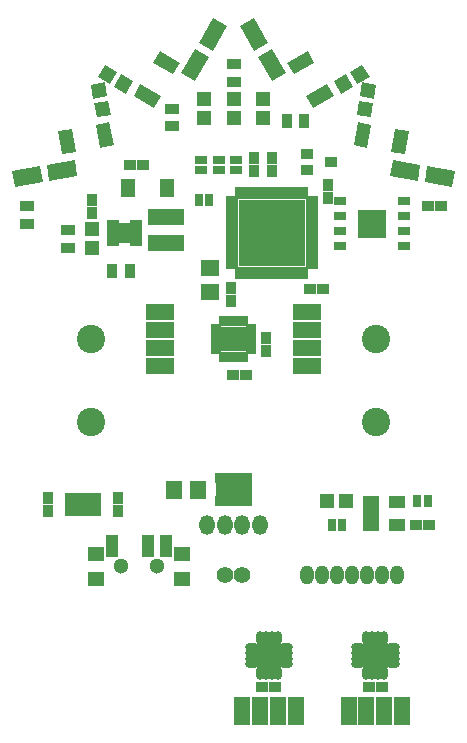
<source format=gbr>
G04 #@! TF.FileFunction,Soldermask,Top*
%FSLAX46Y46*%
G04 Gerber Fmt 4.6, Leading zero omitted, Abs format (unit mm)*
G04 Created by KiCad (PCBNEW 4.0.7) date 10/02/18 15:19:20*
%MOMM*%
%LPD*%
G01*
G04 APERTURE LIST*
%ADD10C,0.100000*%
%ADD11R,1.000000X0.900000*%
%ADD12R,1.400000X1.650000*%
%ADD13R,0.900000X1.000000*%
%ADD14R,1.650000X1.400000*%
%ADD15R,1.200000X1.200000*%
%ADD16R,1.300000X1.600000*%
%ADD17O,1.200000X1.600000*%
%ADD18R,3.100000X1.400000*%
%ADD19O,1.300000X1.700000*%
%ADD20R,1.400000X2.400000*%
%ADD21R,0.800000X1.000000*%
%ADD22R,1.300000X0.900000*%
%ADD23R,0.900000X1.300000*%
%ADD24R,1.000000X0.800000*%
%ADD25R,2.400000X2.400000*%
%ADD26R,1.050000X0.750000*%
%ADD27R,1.400000X1.200000*%
%ADD28R,1.460000X1.050000*%
%ADD29R,0.650000X0.900000*%
%ADD30R,3.050000X1.400000*%
%ADD31R,1.000000X0.650000*%
%ADD32R,1.100000X1.700000*%
%ADD33R,0.650000X1.100000*%
%ADD34R,1.100000X0.650000*%
%ADD35R,1.687500X1.687500*%
%ADD36R,1.100000X0.850000*%
%ADD37R,0.950000X0.600000*%
%ADD38R,0.600000X0.950000*%
%ADD39R,1.275000X1.200000*%
%ADD40O,1.150000X0.700000*%
%ADD41O,0.700000X1.150000*%
%ADD42R,1.300000X1.300000*%
%ADD43C,1.400000*%
%ADD44R,2.400000X1.400000*%
%ADD45C,2.400000*%
%ADD46R,1.100000X1.900000*%
%ADD47C,1.300000*%
G04 APERTURE END LIST*
D10*
D11*
X162550000Y-71250000D03*
X161450000Y-71250000D03*
D12*
X142000000Y-95250000D03*
X140000000Y-95250000D03*
D13*
X135250000Y-97050000D03*
X135250000Y-95950000D03*
X129250000Y-97050000D03*
X129250000Y-95950000D03*
D11*
X161550000Y-98250000D03*
X160450000Y-98250000D03*
D13*
X133000000Y-70700000D03*
X133000000Y-71800000D03*
D11*
X136200000Y-67750000D03*
X137300000Y-67750000D03*
D13*
X144750000Y-79300000D03*
X144750000Y-78200000D03*
D11*
X152550000Y-78250000D03*
X151450000Y-78250000D03*
D13*
X153000000Y-70550000D03*
X153000000Y-69450000D03*
X146750000Y-67200000D03*
X146750000Y-68300000D03*
X148250000Y-67200000D03*
X148250000Y-68300000D03*
D14*
X143000000Y-78500000D03*
X143000000Y-76500000D03*
D11*
X146050000Y-85500000D03*
X144950000Y-85500000D03*
D13*
X147750000Y-83550000D03*
X147750000Y-82450000D03*
D11*
X147450000Y-112000000D03*
X148550000Y-112000000D03*
X156450000Y-112000000D03*
X157550000Y-112000000D03*
D15*
X152950000Y-96250000D03*
X154550000Y-96250000D03*
D16*
X136100000Y-69750000D03*
X139400000Y-69750000D03*
D17*
X158810000Y-102500000D03*
X157540000Y-102500000D03*
X156270000Y-102500000D03*
X155000000Y-102500000D03*
X153730000Y-102500000D03*
X152460000Y-102500000D03*
X151190000Y-102500000D03*
D18*
X139250000Y-74350000D03*
X139250000Y-72150000D03*
D10*
G36*
X158219465Y-68720516D02*
X158462572Y-67341785D01*
X160826111Y-67758540D01*
X160583004Y-69137271D01*
X158219465Y-68720516D01*
X158219465Y-68720516D01*
G37*
G36*
X161173889Y-69241460D02*
X161416996Y-67862729D01*
X163780535Y-68279484D01*
X163537428Y-69658215D01*
X161173889Y-69241460D01*
X161173889Y-69241460D01*
G37*
G36*
X145543782Y-56011732D02*
X146756218Y-55311732D01*
X147956218Y-57390192D01*
X146743782Y-58090192D01*
X145543782Y-56011732D01*
X145543782Y-56011732D01*
G37*
G36*
X147043782Y-58609808D02*
X148256218Y-57909808D01*
X149456218Y-59988268D01*
X148243782Y-60688268D01*
X147043782Y-58609808D01*
X147043782Y-58609808D01*
G37*
G36*
X141756218Y-60688268D02*
X140543782Y-59988268D01*
X141743782Y-57909808D01*
X142956218Y-58609808D01*
X141756218Y-60688268D01*
X141756218Y-60688268D01*
G37*
G36*
X143256218Y-58090192D02*
X142043782Y-57390192D01*
X143243782Y-55311732D01*
X144456218Y-56011732D01*
X143256218Y-58090192D01*
X143256218Y-58090192D01*
G37*
G36*
X126462572Y-69658215D02*
X126219465Y-68279484D01*
X128583004Y-67862729D01*
X128826111Y-69241460D01*
X126462572Y-69658215D01*
X126462572Y-69658215D01*
G37*
G36*
X129416996Y-69137271D02*
X129173889Y-67758540D01*
X131537428Y-67341785D01*
X131780535Y-68720516D01*
X129416996Y-69137271D01*
X129416996Y-69137271D01*
G37*
D15*
X133000000Y-73200000D03*
X133000000Y-74800000D03*
X142500000Y-62200000D03*
X142500000Y-63800000D03*
X145000000Y-62200000D03*
X145000000Y-63800000D03*
X147500000Y-62200000D03*
X147500000Y-63800000D03*
D10*
G36*
X156597777Y-63732920D02*
X155416007Y-63524542D01*
X155624385Y-62342772D01*
X156806155Y-62551150D01*
X156597777Y-63732920D01*
X156597777Y-63732920D01*
G37*
G36*
X156875615Y-62157228D02*
X155693845Y-61948850D01*
X155902223Y-60767080D01*
X157083993Y-60975458D01*
X156875615Y-62157228D01*
X156875615Y-62157228D01*
G37*
G36*
X154087565Y-61719615D02*
X153487565Y-60680385D01*
X154526795Y-60080385D01*
X155126795Y-61119615D01*
X154087565Y-61719615D01*
X154087565Y-61719615D01*
G37*
G36*
X155473205Y-60919615D02*
X154873205Y-59880385D01*
X155912435Y-59280385D01*
X156512435Y-60319615D01*
X155473205Y-60919615D01*
X155473205Y-60919615D01*
G37*
G36*
X136512435Y-60680385D02*
X135912435Y-61719615D01*
X134873205Y-61119615D01*
X135473205Y-60080385D01*
X136512435Y-60680385D01*
X136512435Y-60680385D01*
G37*
G36*
X135126795Y-59880385D02*
X134526795Y-60919615D01*
X133487565Y-60319615D01*
X134087565Y-59280385D01*
X135126795Y-59880385D01*
X135126795Y-59880385D01*
G37*
G36*
X134583993Y-63524542D02*
X133402223Y-63732920D01*
X133193845Y-62551150D01*
X134375615Y-62342772D01*
X134583993Y-63524542D01*
X134583993Y-63524542D01*
G37*
G36*
X134306155Y-61948850D02*
X133124385Y-62157228D01*
X132916007Y-60975458D01*
X134097777Y-60767080D01*
X134306155Y-61948850D01*
X134306155Y-61948850D01*
G37*
D19*
X142750000Y-98250000D03*
X144250000Y-98250000D03*
X145750000Y-98250000D03*
X147250000Y-98250000D03*
D20*
X150250000Y-114000000D03*
X148750000Y-114000000D03*
X147250000Y-114000000D03*
X145750000Y-114000000D03*
X159250000Y-114000000D03*
X157750000Y-114000000D03*
X156250000Y-114000000D03*
X154750000Y-114000000D03*
D10*
G36*
X155159774Y-66102782D02*
X155507071Y-64133167D01*
X156639600Y-64332862D01*
X156292303Y-66302477D01*
X155159774Y-66102782D01*
X155159774Y-66102782D01*
G37*
G36*
X158360400Y-66667138D02*
X158707697Y-64697523D01*
X159840226Y-64897218D01*
X159492929Y-66866833D01*
X158360400Y-66667138D01*
X158360400Y-66667138D01*
G37*
G36*
X149533975Y-59094744D02*
X151266025Y-58094744D01*
X151841025Y-59090674D01*
X150108975Y-60090674D01*
X149533975Y-59094744D01*
X149533975Y-59094744D01*
G37*
G36*
X151158975Y-61909326D02*
X152891025Y-60909326D01*
X153466025Y-61905256D01*
X151733975Y-62905256D01*
X151158975Y-61909326D01*
X151158975Y-61909326D01*
G37*
G36*
X138266025Y-62905256D02*
X136533975Y-61905256D01*
X137108975Y-60909326D01*
X138841025Y-61909326D01*
X138266025Y-62905256D01*
X138266025Y-62905256D01*
G37*
G36*
X139891025Y-60090674D02*
X138158975Y-59090674D01*
X138733975Y-58094744D01*
X140466025Y-59094744D01*
X139891025Y-60090674D01*
X139891025Y-60090674D01*
G37*
G36*
X130507071Y-66866833D02*
X130159774Y-64897218D01*
X131292303Y-64697523D01*
X131639600Y-66667138D01*
X130507071Y-66866833D01*
X130507071Y-66866833D01*
G37*
G36*
X133707697Y-66302477D02*
X133360400Y-64332862D01*
X134492929Y-64133167D01*
X134840226Y-66102782D01*
X133707697Y-66302477D01*
X133707697Y-66302477D01*
G37*
D21*
X154200000Y-98250000D03*
X153300000Y-98250000D03*
X161450000Y-96250000D03*
X160550000Y-96250000D03*
D22*
X131000000Y-73250000D03*
X131000000Y-74750000D03*
D23*
X134750000Y-76750000D03*
X136250000Y-76750000D03*
D22*
X139750000Y-63000000D03*
X139750000Y-64500000D03*
X127500000Y-71250000D03*
X127500000Y-72750000D03*
X145000000Y-60750000D03*
X145000000Y-59250000D03*
D23*
X149500000Y-64000000D03*
X151000000Y-64000000D03*
D24*
X145250000Y-68200000D03*
X145250000Y-67300000D03*
X143750000Y-68200000D03*
X143750000Y-67300000D03*
D21*
X142950000Y-70750000D03*
X142050000Y-70750000D03*
D24*
X142250000Y-68200000D03*
X142250000Y-67300000D03*
X154050000Y-70845000D03*
X154050000Y-72115000D03*
X154050000Y-73385000D03*
X154050000Y-74655000D03*
X159450000Y-74655000D03*
X159450000Y-73385000D03*
X159450000Y-72115000D03*
X159450000Y-70845000D03*
D25*
X156750000Y-72750000D03*
D26*
X131200000Y-95850000D03*
X131200000Y-96500000D03*
X131200000Y-97150000D03*
X133300000Y-97150000D03*
X133300000Y-96500000D03*
X133300000Y-95850000D03*
D27*
X132250000Y-96900000D03*
X132250000Y-96100000D03*
D28*
X156650000Y-96300000D03*
X156650000Y-97250000D03*
X156650000Y-98200000D03*
X158850000Y-98200000D03*
X158850000Y-96300000D03*
D29*
X143750000Y-96200000D03*
X144250000Y-96200000D03*
X144750000Y-96200000D03*
X145250000Y-96200000D03*
X145750000Y-96200000D03*
X146250000Y-96200000D03*
X146250000Y-94300000D03*
X145750000Y-94300000D03*
X145250000Y-94300000D03*
X144750000Y-94300000D03*
X144250000Y-94300000D03*
X143750000Y-94300000D03*
D30*
X145000000Y-95250000D03*
D31*
X134800000Y-72750000D03*
X134800000Y-73250000D03*
X134800000Y-73750000D03*
X134800000Y-74250000D03*
X136700000Y-74250000D03*
X136700000Y-73750000D03*
X136700000Y-73250000D03*
X136700000Y-72750000D03*
D32*
X135750000Y-73500000D03*
D33*
X151000000Y-70100000D03*
X150500000Y-70100000D03*
X150000000Y-70100000D03*
X149500000Y-70100000D03*
X149000000Y-70100000D03*
X148500000Y-70100000D03*
X148000000Y-70100000D03*
X147500000Y-70100000D03*
X147000000Y-70100000D03*
X146500000Y-70100000D03*
X146000000Y-70100000D03*
X145500000Y-70100000D03*
D34*
X144850000Y-70750000D03*
X144850000Y-71250000D03*
X144850000Y-71750000D03*
X144850000Y-72250000D03*
X144850000Y-72750000D03*
X144850000Y-73250000D03*
X144850000Y-73750000D03*
X144850000Y-74250000D03*
X144850000Y-74750000D03*
X144850000Y-75250000D03*
X144850000Y-75750000D03*
X144850000Y-76250000D03*
D33*
X145500000Y-76900000D03*
X146000000Y-76900000D03*
X146500000Y-76900000D03*
X147000000Y-76900000D03*
X147500000Y-76900000D03*
X148000000Y-76900000D03*
X148500000Y-76900000D03*
X149000000Y-76900000D03*
X149500000Y-76900000D03*
X150000000Y-76900000D03*
X150500000Y-76900000D03*
X151000000Y-76900000D03*
D34*
X151650000Y-76250000D03*
X151650000Y-75750000D03*
X151650000Y-75250000D03*
X151650000Y-74750000D03*
X151650000Y-74250000D03*
X151650000Y-73750000D03*
X151650000Y-73250000D03*
X151650000Y-72750000D03*
X151650000Y-72250000D03*
X151650000Y-71750000D03*
X151650000Y-71250000D03*
X151650000Y-70750000D03*
D35*
X146318750Y-75431250D03*
X147606250Y-75431250D03*
X148893750Y-75431250D03*
X150181250Y-75431250D03*
X146318750Y-74143750D03*
X147606250Y-74143750D03*
X148893750Y-74143750D03*
X150181250Y-74143750D03*
X146318750Y-72856250D03*
X147606250Y-72856250D03*
X148893750Y-72856250D03*
X150181250Y-72856250D03*
X146318750Y-71568750D03*
X147606250Y-71568750D03*
X148893750Y-71568750D03*
X150181250Y-71568750D03*
D36*
X151250000Y-66850000D03*
X151250000Y-68150000D03*
X153250000Y-67500000D03*
D37*
X143500000Y-81500000D03*
X143500000Y-81900000D03*
X143500000Y-82300000D03*
X143500000Y-82700000D03*
X143500000Y-83100000D03*
X143500000Y-83500000D03*
D38*
X144000000Y-84000000D03*
X144400000Y-84000000D03*
X144800000Y-84000000D03*
X145200000Y-84000000D03*
X145600000Y-84000000D03*
X146000000Y-84000000D03*
D37*
X146500000Y-83500000D03*
X146500000Y-83100000D03*
X146500000Y-82700000D03*
X146500000Y-82300000D03*
X146500000Y-81900000D03*
X146500000Y-81500000D03*
D38*
X146000000Y-81000000D03*
X145600000Y-81000000D03*
X145200000Y-81000000D03*
X144800000Y-81000000D03*
X144400000Y-81000000D03*
X144000000Y-81000000D03*
D39*
X145435000Y-82900000D03*
X145435000Y-82100000D03*
X144565000Y-82900000D03*
X144565000Y-82100000D03*
D40*
X149475000Y-110050000D03*
X149475000Y-109550000D03*
X149475000Y-109050000D03*
X149475000Y-108550000D03*
D41*
X148750000Y-107825000D03*
X148250000Y-107825000D03*
X147750000Y-107825000D03*
X147250000Y-107825000D03*
D40*
X146525000Y-108550000D03*
X146525000Y-109050000D03*
X146525000Y-109550000D03*
X146525000Y-110050000D03*
D41*
X147250000Y-110775000D03*
X147750000Y-110775000D03*
X148250000Y-110775000D03*
X148750000Y-110775000D03*
D42*
X147550000Y-108850000D03*
X147550000Y-109750000D03*
X148450000Y-108850000D03*
X148450000Y-109750000D03*
D40*
X158475000Y-110050000D03*
X158475000Y-109550000D03*
X158475000Y-109050000D03*
X158475000Y-108550000D03*
D41*
X157750000Y-107825000D03*
X157250000Y-107825000D03*
X156750000Y-107825000D03*
X156250000Y-107825000D03*
D40*
X155525000Y-108550000D03*
X155525000Y-109050000D03*
X155525000Y-109550000D03*
X155525000Y-110050000D03*
D41*
X156250000Y-110775000D03*
X156750000Y-110775000D03*
X157250000Y-110775000D03*
X157750000Y-110775000D03*
D42*
X156550000Y-108850000D03*
X156550000Y-109750000D03*
X157450000Y-108850000D03*
X157450000Y-109750000D03*
D43*
X144250000Y-102500000D03*
X145750000Y-102500000D03*
D44*
X138750000Y-80250000D03*
X138750000Y-81750000D03*
X138750000Y-83250000D03*
X138750000Y-84750000D03*
D45*
X132950000Y-82500000D03*
X132950000Y-89500000D03*
D44*
X151250000Y-84750000D03*
X151250000Y-83250000D03*
X151250000Y-81750000D03*
X151250000Y-80250000D03*
D45*
X157050000Y-82500000D03*
X157050000Y-89500000D03*
D46*
X134750000Y-100000000D03*
X137750000Y-100000000D03*
X139250000Y-100000000D03*
D47*
X135500000Y-101750000D03*
X138500000Y-101750000D03*
D27*
X140650000Y-100700000D03*
X140650000Y-102800000D03*
X133350000Y-100700000D03*
X133350000Y-102800000D03*
M02*

</source>
